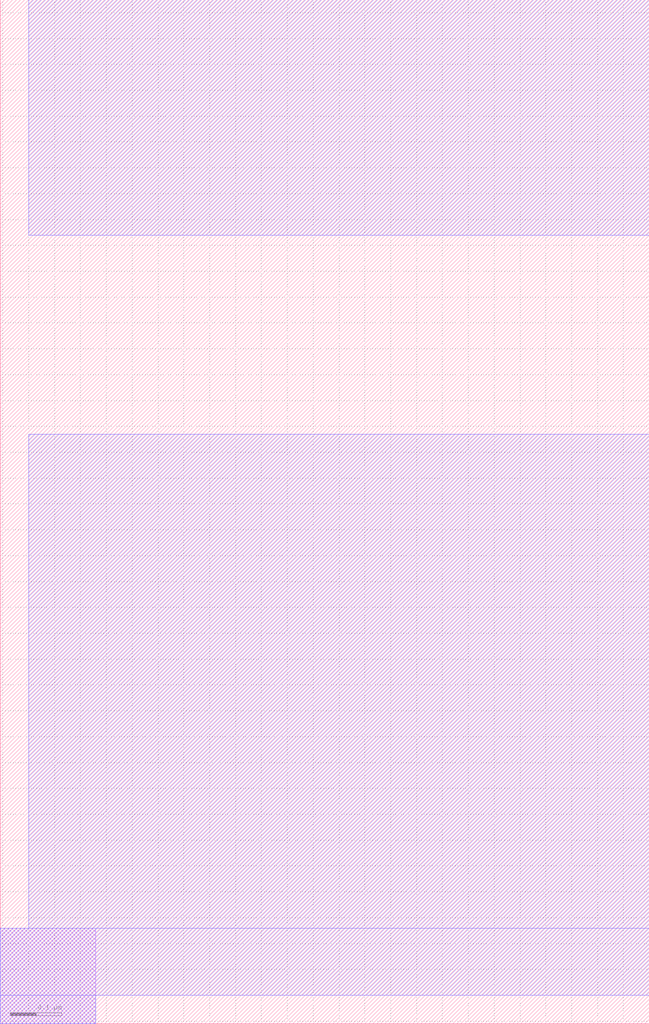
<source format=lef>
# Copyright 2020 The SkyWater PDK Authors
#
# Licensed under the Apache License, Version 2.0 (the "License");
# you may not use this file except in compliance with the License.
# You may obtain a copy of the License at
#
#     https://www.apache.org/licenses/LICENSE-2.0
#
# Unless required by applicable law or agreed to in writing, software
# distributed under the License is distributed on an "AS IS" BASIS,
# WITHOUT WARRANTIES OR CONDITIONS OF ANY KIND, either express or implied.
# See the License for the specific language governing permissions and
# limitations under the License.
#
# SPDX-License-Identifier: Apache-2.0

VERSION 5.7 ;
  NOWIREEXTENSIONATPIN ON ;
  DIVIDERCHAR "/" ;
  BUSBITCHARS "[]" ;
MACRO sky130_fd_bd_sram__sram_dp_colend_half_met23_optb
  CLASS BLOCK ;
  FOREIGN sky130_fd_bd_sram__sram_dp_colend_half_met23_optb ;
  ORIGIN  0.055000  0.055000 ;
  SIZE  1.255000 BY  1.980000 ;
  OBS
    LAYER met1 ;
      RECT -0.055000 -0.055000 0.130000 0.130000 ;
    LAYER met2 ;
      RECT -0.055000 -0.055000 0.130000 0.000000 ;
      RECT -0.055000  0.000000 1.200000 0.130000 ;
      RECT  0.000000  0.130000 1.200000 1.085000 ;
      RECT  0.000000  1.470000 1.200000 1.925000 ;
  END
END sky130_fd_bd_sram__sram_dp_colend_half_met23_optb
END LIBRARY

</source>
